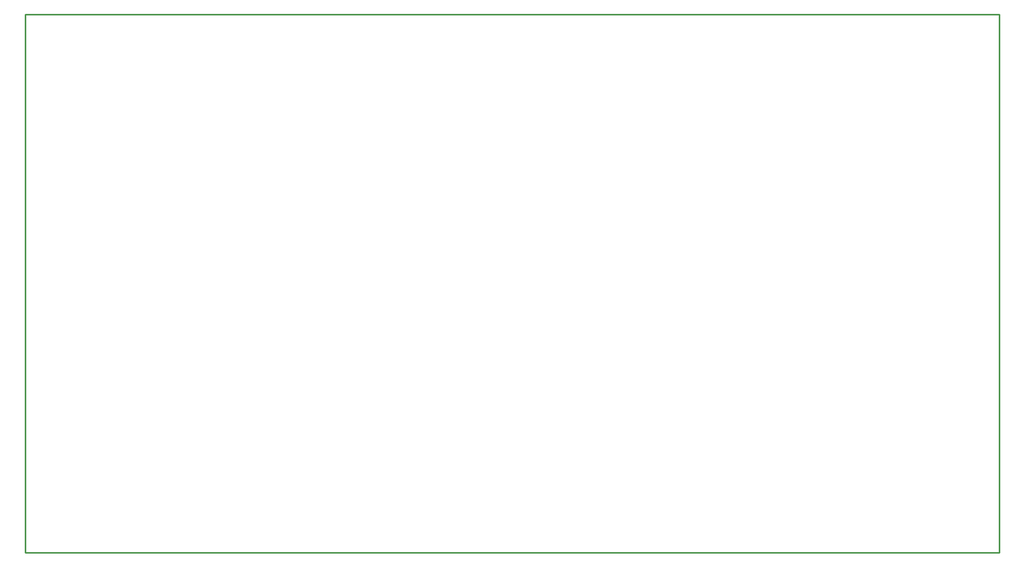
<source format=gko>
G04*
G04 #@! TF.GenerationSoftware,Altium Limited,Altium Designer,19.1.8 (144)*
G04*
G04 Layer_Color=16711935*
%FSLAX25Y25*%
%MOIN*%
G70*
G01*
G75*
%ADD13C,0.01000*%
D13*
X120000Y111250D02*
X750000D01*
Y460000D01*
X120000Y111250D02*
Y460000D01*
X750000D01*
M02*

</source>
